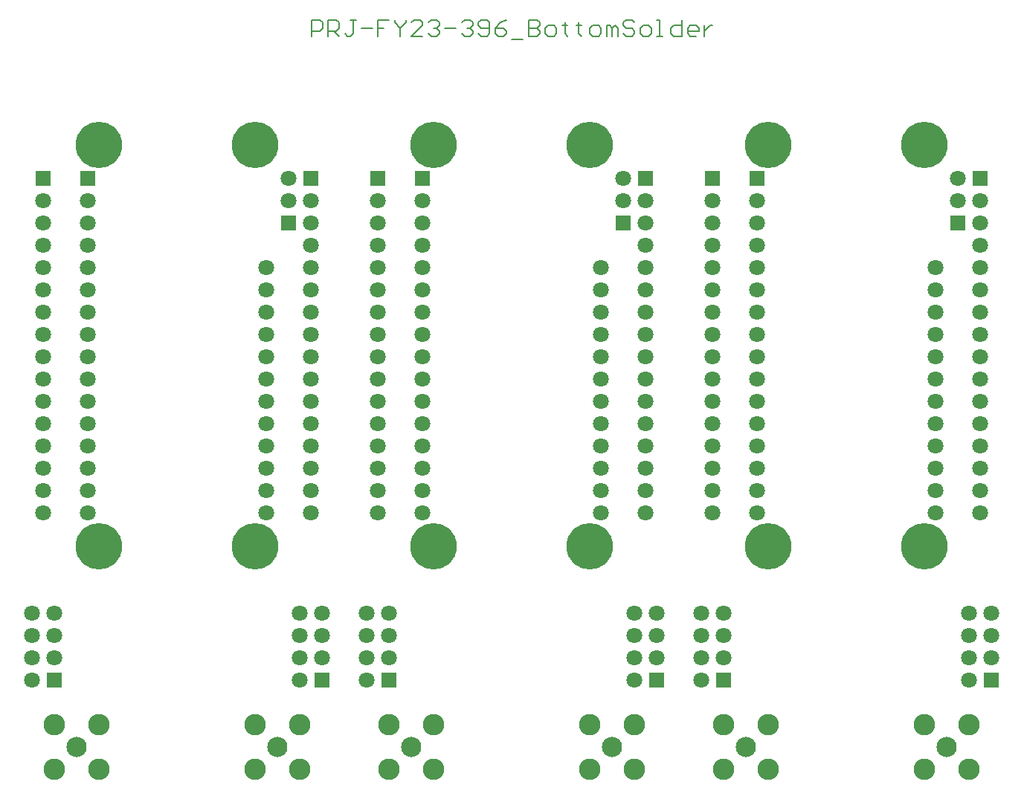
<source format=gbr>
%TF.GenerationSoftware,Altium Limited,Altium Designer,23.11.1 (41)*%
G04 Layer_Color=16711935*
%FSLAX45Y45*%
%MOMM*%
%TF.SameCoordinates,5324538C-4B84-4F37-AFBE-1FD82F1EBFC5*%
%TF.FilePolarity,Negative*%
%TF.FileFunction,Soldermask,Bot*%
%TF.Part,Single*%
G01*
G75*
%TA.AperFunction,NonConductor*%
%ADD13C,0.20320*%
%TA.AperFunction,ComponentPad*%
%ADD34C,1.80320*%
%ADD35R,1.80320X1.80320*%
%ADD36C,5.28320*%
%ADD37C,2.45250*%
%ADD38C,2.30320*%
D13*
X3937738Y8599831D02*
Y8790269D01*
X4032957D01*
X4064697Y8758529D01*
Y8695050D01*
X4032957Y8663310D01*
X3937738D01*
X4128176Y8599831D02*
Y8790269D01*
X4223396D01*
X4255135Y8758529D01*
Y8695050D01*
X4223396Y8663310D01*
X4128176D01*
X4191656D02*
X4255135Y8599831D01*
X4445574Y8790269D02*
X4382094D01*
X4413834D01*
Y8631570D01*
X4382094Y8599831D01*
X4350355D01*
X4318615Y8631570D01*
X4509053Y8695050D02*
X4636012D01*
X4826451Y8790269D02*
X4699492D01*
Y8695050D01*
X4762971D01*
X4699492D01*
Y8599831D01*
X4889931Y8790269D02*
Y8758529D01*
X4953410Y8695050D01*
X5016889Y8758529D01*
Y8790269D01*
X4953410Y8695050D02*
Y8599831D01*
X5207328D02*
X5080369D01*
X5207328Y8726790D01*
Y8758529D01*
X5175588Y8790269D01*
X5112109D01*
X5080369Y8758529D01*
X5270808D02*
X5302547Y8790269D01*
X5366027D01*
X5397766Y8758529D01*
Y8726790D01*
X5366027Y8695050D01*
X5334287D01*
X5366027D01*
X5397766Y8663310D01*
Y8631570D01*
X5366027Y8599831D01*
X5302547D01*
X5270808Y8631570D01*
X5461246Y8695050D02*
X5588205D01*
X5651685Y8758529D02*
X5683424Y8790269D01*
X5746904D01*
X5778644Y8758529D01*
Y8726790D01*
X5746904Y8695050D01*
X5715164D01*
X5746904D01*
X5778644Y8663310D01*
Y8631570D01*
X5746904Y8599831D01*
X5683424D01*
X5651685Y8631570D01*
X5842123D02*
X5873863Y8599831D01*
X5937342D01*
X5969082Y8631570D01*
Y8758529D01*
X5937342Y8790269D01*
X5873863D01*
X5842123Y8758529D01*
Y8726790D01*
X5873863Y8695050D01*
X5969082D01*
X6159521Y8790269D02*
X6096041Y8758529D01*
X6032562Y8695050D01*
Y8631570D01*
X6064302Y8599831D01*
X6127781D01*
X6159521Y8631570D01*
Y8663310D01*
X6127781Y8695050D01*
X6032562D01*
X6223000Y8568091D02*
X6349959D01*
X6413439Y8790269D02*
Y8599831D01*
X6508658D01*
X6540398Y8631570D01*
Y8663310D01*
X6508658Y8695050D01*
X6413439D01*
X6508658D01*
X6540398Y8726790D01*
Y8758529D01*
X6508658Y8790269D01*
X6413439D01*
X6635617Y8599831D02*
X6699097D01*
X6730836Y8631570D01*
Y8695050D01*
X6699097Y8726790D01*
X6635617D01*
X6603877Y8695050D01*
Y8631570D01*
X6635617Y8599831D01*
X6826056Y8758529D02*
Y8726790D01*
X6794316D01*
X6857795D01*
X6826056D01*
Y8631570D01*
X6857795Y8599831D01*
X6984754Y8758529D02*
Y8726790D01*
X6953015D01*
X7016494D01*
X6984754D01*
Y8631570D01*
X7016494Y8599831D01*
X7143453D02*
X7206933D01*
X7238672Y8631570D01*
Y8695050D01*
X7206933Y8726790D01*
X7143453D01*
X7111713Y8695050D01*
Y8631570D01*
X7143453Y8599831D01*
X7302152D02*
Y8726790D01*
X7333892D01*
X7365631Y8695050D01*
Y8599831D01*
Y8695050D01*
X7397371Y8726790D01*
X7429111Y8695050D01*
Y8599831D01*
X7619549Y8758529D02*
X7587810Y8790269D01*
X7524330D01*
X7492590Y8758529D01*
Y8726790D01*
X7524330Y8695050D01*
X7587810D01*
X7619549Y8663310D01*
Y8631570D01*
X7587810Y8599831D01*
X7524330D01*
X7492590Y8631570D01*
X7714769Y8599831D02*
X7778248D01*
X7809988Y8631570D01*
Y8695050D01*
X7778248Y8726790D01*
X7714769D01*
X7683029Y8695050D01*
Y8631570D01*
X7714769Y8599831D01*
X7873467D02*
X7936947D01*
X7905207D01*
Y8790269D01*
X7873467D01*
X8159125D02*
Y8599831D01*
X8063906D01*
X8032166Y8631570D01*
Y8695050D01*
X8063906Y8726790D01*
X8159125D01*
X8317824Y8599831D02*
X8254344D01*
X8222605Y8631570D01*
Y8695050D01*
X8254344Y8726790D01*
X8317824D01*
X8349563Y8695050D01*
Y8663310D01*
X8222605D01*
X8413043Y8726790D02*
Y8599831D01*
Y8663310D01*
X8444783Y8695050D01*
X8476523Y8726790D01*
X8508262D01*
D34*
X11430000Y2032000D02*
D03*
X11684000D02*
D03*
X11430000Y1778000D02*
D03*
X11684000D02*
D03*
X11430000Y1524000D02*
D03*
X11684000D02*
D03*
X11430000Y1270000D02*
D03*
X11303000Y6985000D02*
D03*
Y6731000D02*
D03*
X11557000Y3175000D02*
D03*
Y3429000D02*
D03*
Y3683000D02*
D03*
Y3937000D02*
D03*
Y4191000D02*
D03*
Y4445000D02*
D03*
Y4699000D02*
D03*
Y4953000D02*
D03*
Y5207000D02*
D03*
Y5461000D02*
D03*
Y5715000D02*
D03*
Y5969000D02*
D03*
Y6223000D02*
D03*
Y6477000D02*
D03*
Y6731000D02*
D03*
X11049000Y3175000D02*
D03*
Y3429000D02*
D03*
Y3683000D02*
D03*
Y3937000D02*
D03*
Y4191000D02*
D03*
Y4445000D02*
D03*
Y4699000D02*
D03*
Y4953000D02*
D03*
Y5207000D02*
D03*
Y5461000D02*
D03*
Y5715000D02*
D03*
Y5969000D02*
D03*
X762000Y2032000D02*
D03*
X1016000D02*
D03*
X762000Y1778000D02*
D03*
X1016000D02*
D03*
X762000Y1524000D02*
D03*
X1016000D02*
D03*
X762000Y1270000D02*
D03*
X4572000Y2032000D02*
D03*
X4826000D02*
D03*
X4572000Y1778000D02*
D03*
X4826000D02*
D03*
X4572000Y1524000D02*
D03*
X4826000D02*
D03*
X4572000Y1270000D02*
D03*
X8382000Y2032000D02*
D03*
X8636000D02*
D03*
X8382000Y1778000D02*
D03*
X8636000D02*
D03*
X8382000Y1524000D02*
D03*
X8636000D02*
D03*
X8382000Y1270000D02*
D03*
X3810000Y2032000D02*
D03*
X4064000D02*
D03*
X3810000Y1778000D02*
D03*
X4064000D02*
D03*
X3810000Y1524000D02*
D03*
X4064000D02*
D03*
X3810000Y1270000D02*
D03*
X7620000Y2032000D02*
D03*
X7874000D02*
D03*
X7620000Y1778000D02*
D03*
X7874000D02*
D03*
X7620000Y1524000D02*
D03*
X7874000D02*
D03*
X7620000Y1270000D02*
D03*
X3683000Y6985000D02*
D03*
Y6731000D02*
D03*
X7493000Y6985000D02*
D03*
Y6731000D02*
D03*
X889000Y3175000D02*
D03*
Y3429000D02*
D03*
Y3683000D02*
D03*
Y3937000D02*
D03*
Y4191000D02*
D03*
Y4445000D02*
D03*
Y4699000D02*
D03*
Y4953000D02*
D03*
Y5207000D02*
D03*
Y5461000D02*
D03*
Y5715000D02*
D03*
Y5969000D02*
D03*
Y6223000D02*
D03*
Y6477000D02*
D03*
Y6731000D02*
D03*
X4699000Y3175000D02*
D03*
Y3429000D02*
D03*
Y3683000D02*
D03*
Y3937000D02*
D03*
Y4191000D02*
D03*
Y4445000D02*
D03*
Y4699000D02*
D03*
Y4953000D02*
D03*
Y5207000D02*
D03*
Y5461000D02*
D03*
Y5715000D02*
D03*
Y5969000D02*
D03*
Y6223000D02*
D03*
Y6477000D02*
D03*
Y6731000D02*
D03*
X8509000Y3175000D02*
D03*
Y3429000D02*
D03*
Y3683000D02*
D03*
Y3937000D02*
D03*
Y4191000D02*
D03*
Y4445000D02*
D03*
Y4699000D02*
D03*
Y4953000D02*
D03*
Y5207000D02*
D03*
Y5461000D02*
D03*
Y5715000D02*
D03*
Y5969000D02*
D03*
Y6223000D02*
D03*
Y6477000D02*
D03*
Y6731000D02*
D03*
X1397000Y3175000D02*
D03*
Y3429000D02*
D03*
Y3683000D02*
D03*
Y3937000D02*
D03*
Y4191000D02*
D03*
Y4445000D02*
D03*
Y4699000D02*
D03*
Y4953000D02*
D03*
Y5207000D02*
D03*
Y5461000D02*
D03*
Y5715000D02*
D03*
Y5969000D02*
D03*
Y6223000D02*
D03*
Y6477000D02*
D03*
Y6731000D02*
D03*
X5207000Y3175000D02*
D03*
Y3429000D02*
D03*
Y3683000D02*
D03*
Y3937000D02*
D03*
Y4191000D02*
D03*
Y4445000D02*
D03*
Y4699000D02*
D03*
Y4953000D02*
D03*
Y5207000D02*
D03*
Y5461000D02*
D03*
Y5715000D02*
D03*
Y5969000D02*
D03*
Y6223000D02*
D03*
Y6477000D02*
D03*
Y6731000D02*
D03*
X9017000Y3175000D02*
D03*
Y3429000D02*
D03*
Y3683000D02*
D03*
Y3937000D02*
D03*
Y4191000D02*
D03*
Y4445000D02*
D03*
Y4699000D02*
D03*
Y4953000D02*
D03*
Y5207000D02*
D03*
Y5461000D02*
D03*
Y5715000D02*
D03*
Y5969000D02*
D03*
Y6223000D02*
D03*
Y6477000D02*
D03*
Y6731000D02*
D03*
X3429000Y3175000D02*
D03*
Y3429000D02*
D03*
Y3683000D02*
D03*
Y3937000D02*
D03*
Y4191000D02*
D03*
Y4445000D02*
D03*
Y4699000D02*
D03*
Y4953000D02*
D03*
Y5207000D02*
D03*
Y5461000D02*
D03*
Y5715000D02*
D03*
Y5969000D02*
D03*
X7239000Y3175000D02*
D03*
Y3429000D02*
D03*
Y3683000D02*
D03*
Y3937000D02*
D03*
Y4191000D02*
D03*
Y4445000D02*
D03*
Y4699000D02*
D03*
Y4953000D02*
D03*
Y5207000D02*
D03*
Y5461000D02*
D03*
Y5715000D02*
D03*
Y5969000D02*
D03*
X3937000Y3175000D02*
D03*
Y3429000D02*
D03*
Y3683000D02*
D03*
Y3937000D02*
D03*
Y4191000D02*
D03*
Y4445000D02*
D03*
Y4699000D02*
D03*
Y4953000D02*
D03*
Y5207000D02*
D03*
Y5461000D02*
D03*
Y5715000D02*
D03*
Y5969000D02*
D03*
Y6223000D02*
D03*
Y6477000D02*
D03*
Y6731000D02*
D03*
X7747000Y3175000D02*
D03*
Y3429000D02*
D03*
Y3683000D02*
D03*
Y3937000D02*
D03*
Y4191000D02*
D03*
Y4445000D02*
D03*
Y4699000D02*
D03*
Y4953000D02*
D03*
Y5207000D02*
D03*
Y5461000D02*
D03*
Y5715000D02*
D03*
Y5969000D02*
D03*
Y6223000D02*
D03*
Y6477000D02*
D03*
Y6731000D02*
D03*
D35*
X11684000Y1270000D02*
D03*
X11303000Y6477000D02*
D03*
X11557000Y6985000D02*
D03*
X1016000Y1270000D02*
D03*
X4826000D02*
D03*
X8636000D02*
D03*
X4064000D02*
D03*
X7874000D02*
D03*
X3683000Y6477000D02*
D03*
X7493000Y6477000D02*
D03*
X889000Y6985000D02*
D03*
X4699000D02*
D03*
X8509000D02*
D03*
X1397000D02*
D03*
X5207000D02*
D03*
X9017000D02*
D03*
X3937000D02*
D03*
X7747000Y6985000D02*
D03*
D36*
X10922000Y7366000D02*
D03*
X3302000Y2794000D02*
D03*
X7112000D02*
D03*
X10922000D02*
D03*
X1524000D02*
D03*
X5334000D02*
D03*
X9144000D02*
D03*
X1524000Y7366000D02*
D03*
X5334000D02*
D03*
X9144000D02*
D03*
X3302000D02*
D03*
X7112000D02*
D03*
D37*
X11430000Y762000D02*
D03*
Y254000D02*
D03*
X10922000D02*
D03*
Y762000D02*
D03*
X1524000D02*
D03*
Y254000D02*
D03*
X1016000D02*
D03*
Y762000D02*
D03*
X5334000D02*
D03*
Y254000D02*
D03*
X4826000D02*
D03*
Y762000D02*
D03*
X9144000D02*
D03*
Y254000D02*
D03*
X8636000D02*
D03*
Y762000D02*
D03*
X3810000D02*
D03*
Y254000D02*
D03*
X3302000D02*
D03*
Y762000D02*
D03*
X7620000D02*
D03*
Y254000D02*
D03*
X7112000D02*
D03*
Y762000D02*
D03*
D38*
X11176000Y508000D02*
D03*
X1270000D02*
D03*
X5080000D02*
D03*
X8890000D02*
D03*
X3556000D02*
D03*
X7366000D02*
D03*
%TF.MD5,a50390c41b4508c21bd5cfcec6da23b5*%
M02*

</source>
